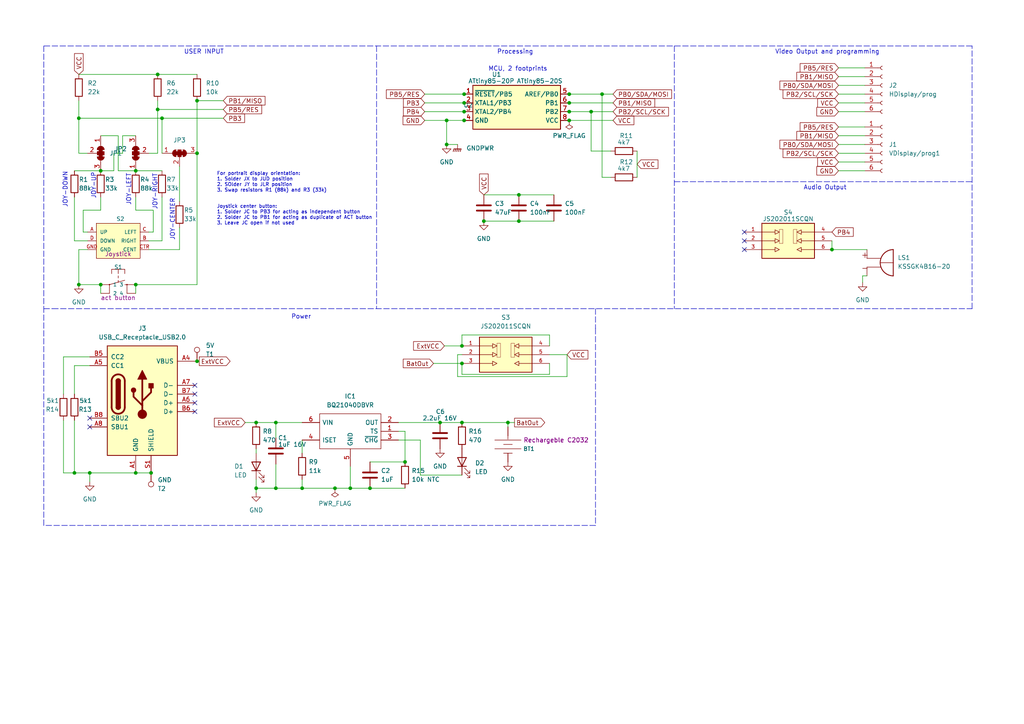
<source format=kicad_sch>
(kicad_sch (version 20211123) (generator eeschema)
  (paper "A4")
  (title_block (title "Tiny Handheld keychain ") (date "2022-09-16") (rev "2.0") (comment 2 "Heavely inspired by Yevgeniy Olexandrenko's design") (comment 3 "Designed by Casper R. Tak"))
  (lib_symbols
    (symbol "Connector:Conn_01x06_Female" (pin_names (offset 1.016) hide)
      (property "Reference" "J" (at 0 7.62 0))
      (property "Value" "Conn_01x06_Female" (at 0 -10.16 0))
      (symbol "Conn_01x06_Female_1_1"
        (arc (start 0 -7.112) (mid -0.508 -7.62) (end 0 -8.128) (stroke (width 0.1524)))
        (arc (start 0 -4.572) (mid -0.508 -5.08) (end 0 -5.588) (stroke (width 0.1524)))
        (arc (start 0 -2.032) (mid -0.508 -2.54) (end 0 -3.048) (stroke (width 0.1524)))
        (polyline (pts (xy -1.27 -7.62) (xy -0.508 -7.62)) (stroke (width 0.1524)))
        (polyline (pts (xy -1.27 -5.08) (xy -0.508 -5.08)) (stroke (width 0.1524)))
        (polyline (pts (xy -1.27 -2.54) (xy -0.508 -2.54)) (stroke (width 0.1524)))
        (polyline (pts (xy -1.27 0) (xy -0.508 0)) (stroke (width 0.1524)))
        (polyline (pts (xy -1.27 2.54) (xy -0.508 2.54)) (stroke (width 0.1524)))
        (polyline (pts (xy -1.27 5.08) (xy -0.508 5.08)) (stroke (width 0.1524)))
        (arc (start 0 0.508) (mid -0.508 0) (end 0 -0.508) (stroke (width 0.1524)))
        (arc (start 0 3.048) (mid -0.508 2.54) (end 0 2.032) (stroke (width 0.1524)))
        (arc (start 0 5.588) (mid -0.508 5.08) (end 0 4.572) (stroke (width 0.1524)))
        (pin passive line (at -5.08 5.08 0) (length 3.81) (name "Pin_1") (number "1"))
        (pin passive line (at -5.08 2.54 0) (length 3.81) (name "Pin_2") (number "2"))
        (pin passive line (at -5.08 0 0) (length 3.81) (name "Pin_3") (number "3"))
        (pin passive line (at -5.08 -2.54 0) (length 3.81) (name "Pin_4") (number "4"))
        (pin passive line (at -5.08 -5.08 0) (length 3.81) (name "Pin_5") (number "5"))
        (pin passive line (at -5.08 -7.62 0) (length 3.81) (name "Pin_6") (number "6"))
      )
    )
    (symbol "Connector:TestPoint" (pin_numbers hide) (pin_names (offset 0.762) hide)
      (property "Reference" "TP" (at 0 6.858 0))
      (property "Value" "TestPoint" (at 0 5.08 0))
      (symbol "TestPoint_0_1"
        (circle (center 0 3.302) (radius 0.762))
      )
      (symbol "TestPoint_1_1"
        (pin passive line (at 0 0 90) (length 2.54) (name "1") (number "1"))
      )
    )
    (symbol "Connector:USB_C_Receptacle_USB2.0" (pin_names (offset 1.016))
      (property "Reference" "J?" (at 0 23.495 0))
      (property "Value" "USB_C_Receptacle_USB2.0" (at 0 20.955 0))
      (symbol "USB_C_Receptacle_USB2.0_0_1"
        (rectangle (start -10.16 13.97) (end 10.16 -17.78) (stroke (width 0.254)) (fill (type background)))
        (arc (start -8.89 -3.81) (mid -6.985 -5.715) (end -5.08 -3.81) (stroke (width 0.508)))
        (arc (start -7.62 -3.81) (mid -6.985 -4.445) (end -6.35 -3.81) (stroke (width 0.254)))
        (arc (start -7.62 -3.81) (mid -6.985 -4.445) (end -6.35 -3.81) (stroke (width 0.254)) (fill (type outline)))
        (rectangle (start -7.62 -3.81) (end -6.35 3.81) (stroke (width 0.254)) (fill (type outline)))
        (arc (start -6.35 3.81) (mid -6.985 4.445) (end -7.62 3.81) (stroke (width 0.254)))
        (arc (start -6.35 3.81) (mid -6.985 4.445) (end -7.62 3.81) (stroke (width 0.254)) (fill (type outline)))
        (arc (start -5.08 3.81) (mid -6.985 5.715) (end -8.89 3.81) (stroke (width 0.508)))
        (circle (center -2.54 1.143) (radius 0.635) (stroke (width 0.254)) (fill (type outline)))
        (circle (center 0 -5.842) (radius 1.27) (fill (type outline)))
        (polyline (pts (xy -8.89 -3.81) (xy -8.89 3.81)) (stroke (width 0.508)))
        (polyline (pts (xy -5.08 3.81) (xy -5.08 -3.81)) (stroke (width 0.508)))
        (polyline (pts (xy 0 -5.842) (xy 0 4.318)) (stroke (width 0.508)))
        (polyline (pts (xy 0 -3.302) (xy -2.54 -0.762) (xy -2.54 0.508)) (stroke (width 0.508)))
        (polyline (pts (xy 0 -2.032) (xy 2.54 0.508) (xy 2.54 1.778)) (stroke (width 0.508)))
        (polyline (pts (xy -1.27 4.318) (xy 0 6.858) (xy 1.27 4.318) (xy -1.27 4.318)) (stroke (width 0.254)) (fill (type outline)))
        (rectangle (start 1.905 1.778) (end 3.175 3.048) (stroke (width 0.254)) (fill (type outline)))
      )
      (symbol "USB_C_Receptacle_USB2.0_1_1"
        (pin passive line (at -1.905 -22.86 90) (length 5.08) (name "GND") (number "A1"))
        (pin passive line (at -1.905 -22.86 90) (length 5.08) hide (name "GND") (number "A12"))
        (pin passive line (at 15.24 9.525 180) (length 5.08) (name "VBUS") (number "A4"))
        (pin bidirectional line (at -15.24 8.255 0) (length 5.08) (name "CC1") (number "A5"))
        (pin bidirectional line (at 15.24 -2.54 180) (length 5.08) (name "D+") (number "A6"))
        (pin bidirectional line (at 15.24 2.54 180) (length 5.08) (name "D-") (number "A7"))
        (pin bidirectional line (at -15.24 -9.525 0) (length 5.08) (name "SBU1") (number "A8"))
        (pin passive line (at 15.24 9.525 180) (length 5.08) hide (name "VBUS") (number "A9"))
        (pin passive line (at -1.905 -22.86 90) (length 5.08) hide (name "GND") (number "B1"))
        (pin passive line (at -1.905 -22.86 90) (length 5.08) hide (name "GND") (number "B12"))
        (pin passive line (at 15.24 9.525 180) (length 5.08) hide (name "VBUS") (number "B4"))
        (pin bidirectional line (at -15.24 10.795 0) (length 5.08) (name "CC2") (number "B5"))
        (pin bidirectional line (at 15.24 -5.08 180) (length 5.08) (name "D+") (number "B6"))
        (pin bidirectional line (at 15.24 0 180) (length 5.08) (name "D-") (number "B7"))
        (pin bidirectional line (at -15.24 -6.985 0) (length 5.08) (name "SBU2") (number "B8"))
        (pin passive line (at 15.24 9.525 180) (length 5.08) hide (name "VBUS") (number "B9"))
        (pin passive line (at 2.54 -22.86 90) (length 5.08) (name "SHIELD") (number "S1"))
      )
    )
    (symbol "Device:C" (pin_numbers hide) (pin_names (offset 0.254))
      (property "Reference" "C" (at 0.635 2.54 0))
      (property "Value" "C" (at 0.635 -2.54 0))
      (symbol "C_0_1"
        (polyline (pts (xy -2.032 -0.762) (xy 2.032 -0.762)) (stroke (width 0.508)))
        (polyline (pts (xy -2.032 0.762) (xy 2.032 0.762)) (stroke (width 0.508)))
      )
      (symbol "C_1_1"
        (pin passive line (at 0 3.81 270) (length 2.794) (name "~") (number "1"))
        (pin passive line (at 0 -3.81 90) (length 2.794) (name "~") (number "2"))
      )
    )
    (symbol "Device:LED" (pin_numbers hide) (pin_names (offset 1.016) hide)
      (property "Reference" "D" (at 0 2.54 0))
      (property "Value" "LED" (at 0 -2.54 0))
      (symbol "LED_0_1"
        (polyline (pts (xy -1.27 -1.27) (xy -1.27 1.27)) (stroke (width 0.254)))
        (polyline (pts (xy -1.27 0) (xy 1.27 0)))
        (polyline (pts (xy 1.27 -1.27) (xy 1.27 1.27) (xy -1.27 0) (xy 1.27 -1.27)) (stroke (width 0.254)))
        (polyline (pts (xy -3.048 -0.762) (xy -4.572 -2.286) (xy -3.81 -2.286) (xy -4.572 -2.286) (xy -4.572 -1.524)))
        (polyline (pts (xy -1.778 -0.762) (xy -3.302 -2.286) (xy -2.54 -2.286) (xy -3.302 -2.286) (xy -3.302 -1.524)))
      )
      (symbol "LED_1_1"
        (pin passive line (at -3.81 0 0) (length 2.54) (name "K") (number "1"))
        (pin passive line (at 3.81 0 180) (length 2.54) (name "A") (number "2"))
      )
    )
    (symbol "Device:R" (pin_numbers hide) (pin_names (offset 0))
      (property "Reference" "R" (at 2.032 0 90))
      (property "Value" "R" (at 0 0 90))
      (symbol "R_0_1"
        (rectangle (start -1.016 -2.54) (end 1.016 2.54) (stroke (width 0.254)))
      )
      (symbol "R_1_1"
        (pin passive line (at 0 3.81 270) (length 1.27) (name "~") (number "1"))
        (pin passive line (at 0 -3.81 90) (length 1.27) (name "~") (number "2"))
      )
    )
    (symbol "JS202011SCQN:JS202011SCQN" (pin_names (offset 1.016) hide)
      (property "Reference" "S" (at -7.62 6.35 0))
      (property "Value" "JS202011SCQN" (at -7.62 -6.35 0))
      (symbol "JS202011SCQN_0_0"
        (rectangle (start -7.62 -5.08) (end 7.62 5.08) (stroke (width 0.254)) (fill (type background)))
        (polyline (pts (xy -7.62 -2.54) (xy -3.81 -2.54)) (stroke (width 0.1524)))
        (polyline (pts (xy -7.62 0) (xy -3.81 0)) (stroke (width 0.1524)))
        (polyline (pts (xy -7.62 2.54) (xy -3.81 2.54)) (stroke (width 0.1524)))
        (polyline (pts (xy 7.62 -2.54) (xy 3.81 -2.54)) (stroke (width 0.1524)))
        (polyline (pts (xy 7.62 0) (xy 3.81 0)) (stroke (width 0.1524)))
        (polyline (pts (xy 7.62 2.54) (xy 3.81 2.54)) (stroke (width 0.1524)))
        (polyline (pts (xy -3.81 -1.905) (xy -3.81 -3.175) (xy -2.54 -2.54) (xy -3.81 -1.905)) (stroke (width 0.1524)) (fill (type background)))
        (polyline (pts (xy -3.81 0.635) (xy -3.81 -0.635) (xy -2.54 0) (xy -3.81 0.635)) (stroke (width 0.1524)) (fill (type background)))
        (polyline (pts (xy -3.81 3.175) (xy -3.81 1.905) (xy -2.54 2.54) (xy -3.81 3.175)) (stroke (width 0.1524)) (fill (type background)))
        (polyline (pts (xy 3.81 -3.175) (xy 3.81 -1.905) (xy 2.54 -2.54) (xy 3.81 -3.175)) (stroke (width 0.1524)) (fill (type background)))
        (polyline (pts (xy 3.81 -0.635) (xy 3.81 0.635) (xy 2.54 0) (xy 3.81 -0.635)) (stroke (width 0.1524)) (fill (type background)))
        (polyline (pts (xy 3.81 1.905) (xy 3.81 3.175) (xy 2.54 2.54) (xy 3.81 1.905)) (stroke (width 0.1524)) (fill (type background)))
        (polyline (pts (xy -2.54 3.302) (xy -2.54 -0.762) (xy -1.524 -0.762) (xy -1.524 3.302) (xy -2.54 3.302)) (stroke (width 0.0254)) (fill (type background)))
        (polyline (pts (xy 1.524 3.302) (xy 1.524 -0.762) (xy 2.54 -0.762) (xy 2.54 3.302) (xy 1.524 3.302)) (stroke (width 0.0254)) (fill (type background)))
        (pin passive line (at -12.7 2.54 0) (length 5.08) (name "~") (number "1"))
        (pin passive line (at -12.7 0 0) (length 5.08) (name "~") (number "2"))
        (pin passive line (at -12.7 -2.54 0) (length 5.08) (name "~") (number "3"))
        (pin passive line (at 12.7 2.54 180) (length 5.08) (name "~") (number "4"))
        (pin passive line (at 12.7 0 180) (length 5.08) (name "~") (number "5"))
        (pin passive line (at 12.7 -2.54 180) (length 5.08) (name "~") (number "6"))
      )
    )
    (symbol "Jumper:SolderJumper_3_Bridged123" (pin_names (offset 0) hide)
      (property "Reference" "JP" (at -2.54 -2.54 0))
      (property "Value" "SolderJumper_3_Bridged123" (at 0 2.794 0))
      (symbol "SolderJumper_3_Bridged123_0_1"
        (rectangle (start -1.016 0.508) (end -0.508 -0.508) (fill (type outline)))
        (arc (start -1.016 1.016) (mid -2.032 0) (end -1.016 -1.016))
        (arc (start -1.016 1.016) (mid -2.032 0) (end -1.016 -1.016) (fill (type outline)))
        (rectangle (start -0.508 1.016) (end 0.508 -1.016) (fill (type outline)))
        (polyline (pts (xy -2.54 0) (xy -2.032 0)))
        (polyline (pts (xy -1.016 1.016) (xy -1.016 -1.016)))
        (polyline (pts (xy 0 -1.27) (xy 0 -1.016)))
        (polyline (pts (xy 1.016 1.016) (xy 1.016 -1.016)))
        (polyline (pts (xy 2.54 0) (xy 2.032 0)))
        (rectangle (start 0.508 0.508) (end 1.016 -0.508) (fill (type outline)))
        (arc (start 1.016 -1.016) (mid 2.032 0) (end 1.016 1.016))
        (arc (start 1.016 -1.016) (mid 2.032 0) (end 1.016 1.016) (fill (type outline)))
      )
      (symbol "SolderJumper_3_Bridged123_1_1"
        (pin passive line (at -5.08 0 0) (length 2.54) (name "A") (number "1"))
        (pin passive line (at 0 -3.81 90) (length 2.54) (name "C") (number "2"))
        (pin passive line (at 5.08 0 180) (length 2.54) (name "B") (number "3"))
      )
    )
    (symbol "KSSGK4B16-20:KSSGK4B16-20" (pin_numbers hide) (pin_names (offset 1.016) hide)
      (property "Reference" "LS" (at -2.54 6.35 0))
      (property "Value" "KSSGK4B16-20" (at -2.54 -5.08 0))
      (symbol "KSSGK4B16-20_0_0"
        (polyline (pts (xy -2.54 0) (xy 1.397 0)) (stroke (width 0.1524)))
        (polyline (pts (xy -2.54 2.54) (xy 1.397 2.54)) (stroke (width 0.1524)))
        (polyline (pts (xy 1.27 1.27) (xy 5.08 1.27)) (stroke (width 0.1524)))
        (polyline (pts (xy 5.08 1.27) (xy 5.08 -2.54)) (stroke (width 0.254)))
        (polyline (pts (xy 5.08 5.08) (xy 5.08 1.27)) (stroke (width 0.254)))
        (arc (start 5.08 5.08) (mid 1.27 1.27) (end 5.08 -2.54) (stroke (width 0.254)))
        (text "+" (at -4.318 2.54 0) (effects (font (size 1.778 1.778)) (justify left bottom)))
        (text "-" (at -4.318 -1.27 0) (effects (font (size 1.778 1.778)) (justify left bottom)))
        (pin passive line (at -2.54 -2.54 90) (length 2.54) (name "~") (number "N"))
        (pin passive line (at -2.54 5.08 270) (length 2.54) (name "~") (number "P"))
      )
    )
    (symbol "MCU_Microchip_ATtiny:ATtiny85-20P"
      (property "Reference" "U?" (at 0.635 12.065 0))
      (property "Value" "ATtiny85-20P" (at 7.62 10.16 0))
      (symbol "ATtiny85-20P_0_1"
        (rectangle (start -12.7 8.89) (end 12.7 -3.81) (stroke (width 0.254)) (fill (type background)))
      )
      (symbol "ATtiny85-20P_1_1"
        (pin bidirectional line (at -15.24 6.35 0) (length 2.54) (name "~{RESET}/PB5") (number "1"))
        (pin bidirectional line (at -15.24 3.81 0) (length 2.54) (name "XTAL1/PB3") (number "2"))
        (pin bidirectional line (at -15.24 1.27 0) (length 2.54) (name "XTAL2/PB4") (number "3"))
        (pin power_in line (at -15.24 -1.27 0) (length 2.54) (name "GND") (number "4"))
        (pin bidirectional line (at 15.24 6.35 180) (length 2.54) (name "AREF/PB0") (number "5"))
        (pin bidirectional line (at 15.24 3.81 180) (length 2.54) (name "PB1") (number "6"))
        (pin bidirectional line (at 15.24 1.27 180) (length 2.54) (name "PB2") (number "7"))
        (pin power_in line (at 15.24 -1.27 180) (length 2.54) (name "VCC") (number "8"))
      )
    )
    (symbol "MCU_Microchip_ATtiny:ATtiny85-20S"
      (property "Reference" "U?" (at -13.97 1.2701 0))
      (property "Value" "ATtiny85-20S" (at -13.97 -1.2699 0))
      (symbol "ATtiny85-20S_0_1"
        (rectangle (start -13.97 6.985) (end 11.43 -5.715) (stroke (width 0.254)) (fill (type background)))
      )
      (symbol "ATtiny85-20S_1_1"
        (pin bidirectional line (at -16.51 4.445 0) (length 2.54) (name "~{RESET}/PB5") (number "1"))
        (pin bidirectional line (at -16.51 1.905 0) (length 2.54) (name "XTAL1/PB3") (number "2"))
        (pin bidirectional line (at -16.51 -0.635 0) (length 2.54) (name "XTAL2/PB4") (number "3"))
        (pin power_in line (at -16.51 -3.175 0) (length 2.54) (name "GND") (number "4"))
        (pin bidirectional line (at 13.97 4.445 180) (length 2.54) (name "AREF/PB0") (number "5"))
        (pin bidirectional line (at 13.97 1.905 180) (length 2.54) (name "PB1") (number "6"))
        (pin bidirectional line (at 13.97 -0.635 180) (length 2.54) (name "PB2") (number "7"))
        (pin power_in line (at 13.97 -3.175 180) (length 2.54) (name "VCC") (number "8"))
      )
    )
    (symbol "SamacSys_Parts:BQ21040DBVR" (pin_names (offset 0.762))
      (property "Reference" "IC1" (at 0.635 10.795 0))
      (property "Value" "BQ21040DBVR" (at 0.635 8.255 0))
      (symbol "BQ21040DBVR_0_0"
        (pin input line (at 14.605 0.635 180) (length 5.08) (name "TS") (number "1"))
        (pin power_out line (at 14.605 3.175 180) (length 5.08) (name "OUT") (number "2"))
        (pin output line (at 14.605 -1.905 180) (length 5.08) (name "~{CHG}") (number "3"))
        (pin input line (at -13.335 -1.905 0) (length 5.08) (name "ISET") (number "4"))
        (pin passive line (at 0.635 -9.525 90) (length 5.08) (name "GND") (number "5"))
        (pin input line (at -13.335 3.175 0) (length 5.08) (name "VIN") (number "6"))
      )
      (symbol "BQ21040DBVR_0_1"
        (polyline (pts (xy -8.255 5.715) (xy 9.525 5.715) (xy 9.525 -4.445) (xy -8.255 -4.445) (xy -8.255 5.715)) (stroke (width 0.1524)))
      )
    )
    (symbol "SparkFun-Batteries:BATTERY-6.8MM_SMD" (pin_numbers hide) (pin_names (offset 1.016) hide)
      (property "Reference" "BT" (at 0 4.318 0))
      (property "Value" "BATTERY-6.8MM_SMD" (at 0 -6.35 0))
      (property "Field4" "BATT-13734" (at 0 7.62 0))
      (symbol "BATTERY-6.8MM_SMD_1_0"
        (polyline (pts (xy -2.54 0) (xy -1.524 0)))
        (polyline (pts (xy -1.27 3.81) (xy -1.27 -3.81)))
        (polyline (pts (xy 0 1.27) (xy 0 -1.27)))
        (polyline (pts (xy 1.27 3.81) (xy 1.27 -3.81)))
        (polyline (pts (xy 2.54 1.27) (xy 2.54 -1.27)))
      )
      (symbol "BATTERY-6.8MM_SMD_1_1"
        (pin power_in line (at -5.08 0 0) (length 2.54) (name "+") (number "+"))
        (pin power_in line (at 5.08 0 180) (length 2.54) (name "-") (number "-"))
      )
    )
    (symbol "SparkFun-Switches:JOYSTICK_MINI" (pin_names (offset 1.016))
      (property "Reference" "S?" (at -3.81 6.35 0))
      (symbol "JOYSTICK_MINI_1_1"
        (polyline (pts (xy -9.525 5.08) (xy 3.175 5.08) (xy 3.175 -5.08) (xy -9.525 -5.08) (xy -9.525 5.08)) (fill (type background)))
        (pin bidirectional line (at -12.065 2.54 0) (length 2.54) (name "UP") (number "A"))
        (pin bidirectional line (at 5.715 0 180) (length 2.54) (name "RIGHT") (number "B"))
        (pin bidirectional line (at 5.715 2.54 180) (length 2.54) (name "LEFT") (number "C"))
        (pin bidirectional line (at 5.715 -2.54 180) (length 2.54) (name "CENT") (number "CTR"))
        (pin bidirectional line (at -12.065 0 0) (length 2.54) (name "DOWN") (number "D"))
        (pin bidirectional line (at -12.065 -2.54 0) (length 2.54) (name "GND") (number "GND"))
      )
    )
    (symbol "SparkFun-Switches:MOMENTARY-SWITCH-SPST-2-SMD-5.2MM" (pin_numbers hide) (pin_names (offset 1.016))
      (property "Reference" "S" (at -5.08 1.27 0))
      (property "Value" "MOMENTARY-SWITCH-SPST-2-SMD-5.2MM" (at -5.08 -5.08 0))
      (property "Field4" "SWCH-08247" (at 0 7.62 0))
      (symbol "MOMENTARY-SWITCH-SPST-2-SMD-5.2MM_1_0"
        (polyline (pts (xy -2.54 -2.54) (xy -2.54 0)))
        (polyline (pts (xy -2.54 0) (xy 1.905 1.27)))
        (polyline (pts (xy -1.905 4.445) (xy -1.905 3.175)))
        (polyline (pts (xy 0 1.27) (xy 0 0.635)))
        (polyline (pts (xy 0 2.54) (xy 0 1.905)))
        (polyline (pts (xy 0 4.445) (xy -1.905 4.445)))
        (polyline (pts (xy 0 4.445) (xy 0 3.175)))
        (polyline (pts (xy 1.905 0) (xy 2.54 0)))
        (polyline (pts (xy 1.905 4.445) (xy 0 4.445)))
        (polyline (pts (xy 1.905 4.445) (xy 1.905 3.175)))
        (polyline (pts (xy 2.54 -2.54) (xy 2.54 0)))
      )
      (symbol "MOMENTARY-SWITCH-SPST-2-SMD-5.2MM_1_1"
        (circle (center -2.54 0) (radius 0.127) (fill (type outline)))
        (circle (center 2.54 0) (radius 0.127) (fill (type outline)))
        (pin passive line (at -5.08 0 0) (length 2.54) (name "1") (number "1"))
        (pin passive line (at -5.08 -2.54 0) (length 2.54) (name "2") (number "2"))
        (pin passive line (at 5.08 0 180) (length 2.54) (name "3") (number "3"))
        (pin passive line (at 5.08 -2.54 180) (length 2.54) (name "4") (number "4"))
      )
    )
    (symbol "power:GND" (power) (pin_names (offset 0))
      (property "Value" "GND" (at 0 -3.81 0))
      (symbol "GND_0_1"
        (polyline (pts (xy 0 0) (xy 0 -1.27) (xy 1.27 -1.27) (xy 0 -2.54) (xy -1.27 -1.27) (xy 0 -1.27)))
      )
      (symbol "GND_1_1"
        (pin power_in line (at 0 0 270) (length 0) hide (name "GND") (number "1"))
      )
    )
    (symbol "power:GNDPWR" (power) (pin_names (offset 0))
      (property "Value" "GNDPWR" (at 0 -3.302 0))
      (symbol "GNDPWR_0_1"
        (polyline (pts (xy 0 -1.27) (xy 0 0)))
        (polyline (pts (xy -1.016 -1.27) (xy -1.27 -2.032) (xy -1.27 -2.032)) (stroke (width 0.2032)))
        (polyline (pts (xy -0.508 -1.27) (xy -0.762 -2.032) (xy -0.762 -2.032)) (stroke (width 0.2032)))
        (polyline (pts (xy 0 -1.27) (xy -0.254 -2.032) (xy -0.254 -2.032)) (stroke (width 0.2032)))
        (polyline (pts (xy 0.508 -1.27) (xy 0.254 -2.032) (xy 0.254 -2.032)) (stroke (width 0.2032)))
        (polyline (pts (xy 1.016 -1.27) (xy -1.016 -1.27) (xy -1.016 -1.27)) (stroke (width 0.2032)))
        (polyline (pts (xy 1.016 -1.27) (xy 0.762 -2.032) (xy 0.762 -2.032) (xy 0.762 -2.032)) (stroke (width 0.2032)))
      )
      (symbol "GNDPWR_1_1"
        (pin power_in line (at 0 0 270) (length 0) hide (name "GNDPWR") (number "1"))
      )
    )
    (symbol "power:PWR_FLAG" (power) (pin_numbers hide) (pin_names (offset 0) hide)
      (property "Value" "PWR_FLAG" (at 0 3.81 0))
      (symbol "PWR_FLAG_0_0"
        (pin power_out line (at 0 0 90) (length 0) (name "pwr") (number "1"))
      )
      (symbol "PWR_FLAG_0_1"
        (polyline (pts (xy 0 0) (xy 0 1.27) (xy -1.016 1.905) (xy 0 2.54) (xy 1.016 1.905) (xy 0 1.27)))
      )
    )
  )
  (junction (at 174.625 27.305))
  (junction (at 29.21 82.55))
  (junction (at 165.1 27.305))
  (junction (at 134.62 29.845))
  (junction (at 39.37 82.55))
  (junction (at 80.01 122.555))
  (junction (at 147.32 122.555))
  (junction (at 134.62 32.385))
  (junction (at 165.1 34.925))
  (junction (at 165.1 32.385))
  (junction (at 57.15 44.45))
  (junction (at 57.15 29.21))
  (junction (at 39.37 137.16))
  (junction (at 97.155 141.605))
  (junction (at 21.59 137.16))
  (junction (at 133.985 100.33))
  (junction (at 140.335 64.135))
  (junction (at 45.72 21.59))
  (junction (at 129.54 41.91))
  (junction (at 74.295 141.605))
  (junction (at 134.62 34.925))
  (junction (at 26.035 137.16))
  (junction (at 117.475 133.985))
  (junction (at 43.815 137.16))
  (junction (at 107.315 141.605))
  (junction (at 74.295 122.555))
  (junction (at 80.01 141.605))
  (junction (at 134.62 27.305))
  (junction (at 171.45 32.385))
  (junction (at 101.6 141.605))
  (junction (at 129.54 34.925))
  (junction (at 87.63 141.605))
  (junction (at 150.495 64.135))
  (junction (at 150.495 56.515))
  (junction (at 22.86 82.55))
  (junction (at 29.21 49.53))
  (junction (at 133.985 122.555))
  (junction (at 46.99 34.29))
  (junction (at 165.1 29.845))
  (junction (at 57.15 104.775))
  (junction (at 241.3 72.39))
  (junction (at 133.985 105.41))
  (junction (at 39.37 49.53))
  (junction (at 45.72 31.75))
  (junction (at 22.86 34.29))
  (junction (at 127.635 122.555))
  (no_connect (at 26.035 121.285))
  (no_connect (at 56.515 111.76))
  (no_connect (at 56.515 114.3))
  (no_connect (at 56.515 116.84))
  (no_connect (at 56.515 119.38))
  (no_connect (at 26.035 123.825))
  (no_connect (at 215.9 67.31))
  (no_connect (at 215.9 69.85))
  (no_connect (at 215.9 72.39))
  (wire (pts (xy 147.32 123.825) (xy 147.32 122.555)))
  (wire (pts (xy 165.1 34.925) (xy 177.8 34.925)))
  (wire (pts (xy 46.99 69.85) (xy 43.18 69.85)))
  (wire (pts (xy 46.99 34.29) (xy 64.77 34.29)))
  (wire (pts (xy 74.295 130.175) (xy 74.295 131.445)))
  (wire (pts (xy 159.385 105.41) (xy 159.385 108.585)))
  (wire (pts (xy 22.86 21.59) (xy 45.72 21.59)))
  (polyline (pts (xy 172.72 89.535) (xy 172.72 95.25)))
  (wire (pts (xy 101.6 141.605) (xy 107.315 141.605)))
  (wire (pts (xy 33.02 49.53) (xy 29.21 49.53)))
  (wire (pts (xy 52.07 72.39) (xy 43.18 72.39)))
  (wire (pts (xy 159.385 102.87) (xy 164.465 102.87)))
  (wire (pts (xy 57.15 29.21) (xy 57.15 44.45)))
  (wire (pts (xy 34.29 39.37) (xy 34.29 49.53)))
  (wire (pts (xy 140.335 56.515) (xy 150.495 56.515)))
  (wire (pts (xy 39.37 49.53) (xy 46.99 49.53)))
  (wire (pts (xy 117.475 125.095) (xy 115.57 125.095)))
  (wire (pts (xy 80.01 122.555) (xy 87.63 122.555)))
  (wire (pts (xy 133.985 100.33) (xy 133.985 97.155)))
  (wire (pts (xy 150.495 64.135) (xy 160.655 64.135)))
  (polyline (pts (xy 109.22 13.335) (xy 109.22 89.535)))
  (wire (pts (xy 97.155 141.605) (xy 101.6 141.605)))
  (wire (pts (xy 22.86 29.21) (xy 22.86 34.29)))
  (wire (pts (xy 241.3 69.85) (xy 241.3 72.39)))
  (wire (pts (xy 29.21 57.15) (xy 29.21 60.96)))
  (wire (pts (xy 71.12 122.555) (xy 74.295 122.555)))
  (wire (pts (xy 129.54 34.925) (xy 134.62 34.925)))
  (wire (pts (xy 21.59 69.85) (xy 25.4 69.85)))
  (wire (pts (xy 184.785 43.815) (xy 184.785 51.435)))
  (wire (pts (xy 125.73 105.41) (xy 133.985 105.41)))
  (wire (pts (xy 35.56 44.45) (xy 33.02 44.45)))
  (wire (pts (xy 165.1 32.385) (xy 171.45 32.385)))
  (wire (pts (xy 147.32 122.555) (xy 149.225 122.555)))
  (wire (pts (xy 164.465 102.87) (xy 164.465 109.22)))
  (wire (pts (xy 45.72 44.45) (xy 43.18 44.45)))
  (wire (pts (xy 39.37 57.15) (xy 39.37 60.96)))
  (wire (pts (xy 45.72 31.75) (xy 45.72 44.45)))
  (wire (pts (xy 25.4 72.39) (xy 22.86 72.39)))
  (wire (pts (xy 243.205 27.305) (xy 250.825 27.305)))
  (wire (pts (xy 44.45 60.96) (xy 44.45 67.31)))
  (wire (pts (xy 57.15 82.55) (xy 57.15 44.45)))
  (wire (pts (xy 129.54 41.91) (xy 132.715 41.91)))
  (wire (pts (xy 123.19 32.385) (xy 134.62 32.385)))
  (wire (pts (xy 87.63 127.635) (xy 87.63 131.445)))
  (wire (pts (xy 123.19 34.925) (xy 129.54 34.925)))
  (polyline (pts (xy 12.7 152.4) (xy 12.7 89.535)))
  (wire (pts (xy 123.19 29.845) (xy 134.62 29.845)))
  (wire (pts (xy 22.86 72.39) (xy 22.86 82.55)))
  (wire (pts (xy 29.21 39.37) (xy 34.29 39.37)))
  (wire (pts (xy 74.295 122.555) (xy 80.01 122.555)))
  (wire (pts (xy 52.07 48.26) (xy 52.07 58.42)))
  (wire (pts (xy 165.1 27.305) (xy 174.625 27.305)))
  (wire (pts (xy 174.625 27.305) (xy 174.625 51.435)))
  (wire (pts (xy 18.415 103.505) (xy 26.035 103.505)))
  (wire (pts (xy 250.19 80.01) (xy 250.19 81.915)))
  (wire (pts (xy 18.415 121.92) (xy 18.415 137.16)))
  (wire (pts (xy 22.86 44.45) (xy 22.86 34.29)))
  (wire (pts (xy 39.37 39.37) (xy 35.56 39.37)))
  (wire (pts (xy 29.21 60.96) (xy 24.13 60.96)))
  (wire (pts (xy 243.205 32.385) (xy 250.825 32.385)))
  (wire (pts (xy 46.99 34.29) (xy 46.99 44.45)))
  (wire (pts (xy 74.295 141.605) (xy 80.01 141.605)))
  (wire (pts (xy 45.72 29.21) (xy 45.72 31.75)))
  (wire (pts (xy 39.37 82.55) (xy 57.15 82.55)))
  (wire (pts (xy 80.01 122.555) (xy 80.01 127)))
  (wire (pts (xy 44.45 67.31) (xy 43.18 67.31)))
  (wire (pts (xy 34.29 49.53) (xy 39.37 49.53)))
  (wire (pts (xy 56.515 104.775) (xy 57.15 104.775)))
  (wire (pts (xy 22.86 34.29) (xy 46.99 34.29)))
  (wire (pts (xy 21.59 49.53) (xy 29.21 49.53)))
  (wire (pts (xy 140.335 64.135) (xy 150.495 64.135)))
  (wire (pts (xy 22.86 82.55) (xy 29.21 82.55)))
  (wire (pts (xy 24.13 60.96) (xy 24.13 67.31)))
  (wire (pts (xy 39.37 82.55) (xy 39.37 85.09)))
  (wire (pts (xy 159.385 108.585) (xy 133.985 108.585)))
  (polyline (pts (xy 15.24 89.535) (xy 281.94 89.535)))
  (wire (pts (xy 80.01 141.605) (xy 87.63 141.605)))
  (wire (pts (xy 132.715 102.87) (xy 133.985 102.87)))
  (wire (pts (xy 21.59 121.92) (xy 21.59 137.16)))
  (wire (pts (xy 150.495 56.515) (xy 160.655 56.515)))
  (wire (pts (xy 87.63 141.605) (xy 97.155 141.605)))
  (wire (pts (xy 26.035 139.7) (xy 26.035 137.16)))
  (wire (pts (xy 243.205 36.83) (xy 250.825 36.83)))
  (wire (pts (xy 123.19 27.305) (xy 134.62 27.305)))
  (polyline (pts (xy 195.58 52.705) (xy 281.94 52.705)))
  (wire (pts (xy 18.415 103.505) (xy 18.415 114.3)))
  (wire (pts (xy 80.01 134.62) (xy 80.01 141.605)))
  (wire (pts (xy 101.6 141.605) (xy 101.6 135.255)))
  (wire (pts (xy 127.635 122.555) (xy 133.985 122.555)))
  (wire (pts (xy 46.99 57.15) (xy 46.99 69.85)))
  (wire (pts (xy 171.45 32.385) (xy 177.8 32.385)))
  (wire (pts (xy 251.46 80.01) (xy 250.19 80.01)))
  (wire (pts (xy 39.37 137.16) (xy 43.815 137.16)))
  (wire (pts (xy 129.54 34.925) (xy 129.54 41.91)))
  (wire (pts (xy 128.905 100.33) (xy 133.985 100.33)))
  (wire (pts (xy 243.205 49.53) (xy 250.825 49.53)))
  (wire (pts (xy 45.72 31.75) (xy 64.77 31.75)))
  (wire (pts (xy 74.295 142.875) (xy 74.295 141.605)))
  (wire (pts (xy 159.385 97.155) (xy 159.385 100.33)))
  (polyline (pts (xy 281.94 89.535) (xy 281.94 13.335)))
  (wire (pts (xy 171.45 43.815) (xy 171.45 32.385)))
  (wire (pts (xy 26.035 137.16) (xy 39.37 137.16)))
  (wire (pts (xy 115.57 127.635) (xy 121.92 127.635)))
  (wire (pts (xy 164.465 109.22) (xy 132.715 109.22)))
  (wire (pts (xy 107.315 141.605) (xy 117.475 141.605)))
  (wire (pts (xy 21.59 137.16) (xy 26.035 137.16)))
  (wire (pts (xy 241.3 72.39) (xy 251.46 72.39)))
  (wire (pts (xy 177.165 51.435) (xy 174.625 51.435)))
  (polyline (pts (xy 172.72 95.25) (xy 172.72 152.4)))
  (wire (pts (xy 52.07 66.04) (xy 52.07 72.39)))
  (wire (pts (xy 57.15 29.21) (xy 64.77 29.21)))
  (wire (pts (xy 174.625 27.305) (xy 177.8 27.305)))
  (wire (pts (xy 243.205 41.91) (xy 250.825 41.91)))
  (wire (pts (xy 243.205 24.765) (xy 250.825 24.765)))
  (wire (pts (xy 243.205 22.225) (xy 250.825 22.225)))
  (wire (pts (xy 35.56 39.37) (xy 35.56 44.45)))
  (wire (pts (xy 21.59 106.045) (xy 26.035 106.045)))
  (wire (pts (xy 243.205 19.685) (xy 250.825 19.685)))
  (wire (pts (xy 24.13 67.31) (xy 25.4 67.31)))
  (wire (pts (xy 117.475 133.985) (xy 117.475 125.095)))
  (wire (pts (xy 21.59 106.045) (xy 21.59 114.3)))
  (wire (pts (xy 25.4 44.45) (xy 22.86 44.45)))
  (wire (pts (xy 243.205 44.45) (xy 250.825 44.45)))
  (wire (pts (xy 133.985 97.155) (xy 159.385 97.155)))
  (wire (pts (xy 165.1 29.845) (xy 177.8 29.845)))
  (wire (pts (xy 57.15 104.775) (xy 57.785 104.775)))
  (wire (pts (xy 177.165 43.815) (xy 171.45 43.815)))
  (polyline (pts (xy 12.7 89.535) (xy 15.24 89.535)))
  (wire (pts (xy 21.59 57.15) (xy 21.59 69.85)))
  (wire (pts (xy 45.72 21.59) (xy 57.15 21.59)))
  (wire (pts (xy 121.92 137.795) (xy 121.92 127.635)))
  (wire (pts (xy 243.205 46.99) (xy 250.825 46.99)))
  (wire (pts (xy 29.21 82.55) (xy 29.21 85.09)))
  (wire (pts (xy 115.57 122.555) (xy 127.635 122.555)))
  (wire (pts (xy 243.205 29.845) (xy 250.825 29.845)))
  (wire (pts (xy 243.205 39.37) (xy 250.825 39.37)))
  (wire (pts (xy 33.02 44.45) (xy 33.02 49.53)))
  (polyline (pts (xy 12.7 13.335) (xy 12.7 89.535)))
  (wire (pts (xy 18.415 137.16) (xy 21.59 137.16)))
  (wire (pts (xy 39.37 60.96) (xy 44.45 60.96)))
  (polyline (pts (xy 281.94 13.335) (xy 12.7 13.335)))
  (wire (pts (xy 133.985 122.555) (xy 147.32 122.555)))
  (polyline (pts (xy 195.58 13.335) (xy 195.58 89.535)))
  (wire (pts (xy 133.985 105.41) (xy 133.985 108.585)))
  (wire (pts (xy 132.715 109.22) (xy 132.715 102.87)))
  (wire (pts (xy 87.63 139.065) (xy 87.63 141.605)))
  (wire (pts (xy 107.315 133.985) (xy 117.475 133.985)))
  (polyline (pts (xy 172.72 152.4) (xy 12.7 152.4)))
  (wire (pts (xy 74.295 141.605) (xy 74.295 139.065)))
  (wire (pts (xy 133.985 137.795) (xy 121.92 137.795)))
  (text "JOY-UP\n" (at 27.94 57.785 90) (effects (font (size 1.27 1.27)) (justify left bottom)))
  (text "MCU, 2 footprints\n\n" (at 141.605 22.86 0) (effects (font (size 1.27 1.27)) (justify left bottom)))
  (text "Audio Output" (at 233.045 55.245 0) (effects (font (size 1.27 1.27)) (justify left bottom)))
  (text "Power" (at 84.455 92.71 0) (effects (font (size 1.27 1.27)) (justify left bottom)))
  (text "JOY-LEFT" (at 38.1 59.69 90) (effects (font (size 1.27 1.27)) (justify left bottom)))
  (text "For portrait display orientation:\n1. Solder JX to JUD position\n2. SOlder JY to JLR position\n3. Swap resistors R1 (88k) and R3 (33k)" (at 62.865 55.88 0) (effects (font (size 1 1)) (justify left bottom)))
  (text "USER INPUT" (at 53.34 15.875 0) (effects (font (size 1.27 1.27)) (justify left bottom)))
  (text "Video Output and programming\n" (at 224.79 15.875 0) (effects (font (size 1.27 1.27)) (justify left bottom)))
  (text "JOY-CENTER" (at 50.8 69.85 90) (effects (font (size 1.27 1.27)) (justify left bottom)))
  (text "JOY-RIGHT\n" (at 45.72 60.96 90) (effects (font (size 1.27 1.27)) (justify left bottom)))
  (text "Joystick center button:\n1. Solder JC to PB3 for acting as independent button\n2. Solder JC to PB1 for acting as duplicate of ACT button\n3. Leave JC open if not used\n" (at 62.865 65.405 0) (effects (font (size 1 1)) (justify left bottom)))
  (text "JOY-DOWN" (at 19.685 60.325 90) (effects (font (size 1.27 1.27)) (justify left bottom)))
  (text "Processing" (at 144.145 15.875 0) (effects (font (size 1.27 1.27)) (justify left bottom)))
  (global_label "PB2{slash}SCL{slash}SCK" (shape input) (at 243.205 44.45 180) (property "Intersheet References" "${INTERSHEET_REFS}" (effects hide)))
  (global_label "PB1{slash}MISO" (shape input) (at 243.205 39.37 180) (property "Intersheet References" "${INTERSHEET_REFS}" (effects hide)))
  (global_label "PB1{slash}MISO" (shape input) (at 243.205 22.225 180) (property "Intersheet References" "${INTERSHEET_REFS}" (effects hide)))
  (global_label "VCC" (shape input) (at 140.335 56.515 90) (property "Intersheet References" "${INTERSHEET_REFS}" (effects hide)))
  (global_label "PB2{slash}SCL{slash}SCK" (shape input) (at 243.205 27.305 180) (property "Intersheet References" "${INTERSHEET_REFS}" (effects hide)))
  (global_label "PB0{slash}SDA{slash}MOSI" (shape input) (at 177.8 27.305 0) (property "Intersheet References" "${INTERSHEET_REFS}" (effects hide)))
  (global_label "PB3" (shape input) (at 123.19 29.845 180) (property "Intersheet References" "${INTERSHEET_REFS}" (effects hide)))
  (global_label "PB5{slash}RES" (shape input) (at 243.205 19.685 180) (property "Intersheet References" "${INTERSHEET_REFS}" (effects hide)))
  (global_label "GND" (shape input) (at 243.205 49.53 180) (property "Intersheet References" "${INTERSHEET_REFS}" (effects hide)))
  (global_label "PB1{slash}MISO" (shape input) (at 64.77 29.21 0) (property "Intersheet References" "${INTERSHEET_REFS}" (effects hide)))
  (global_label "VCC" (shape input) (at 184.785 47.625 0) (property "Intersheet References" "${INTERSHEET_REFS}" (effects hide)))
  (global_label "GND" (shape input) (at 243.205 32.385 180) (property "Intersheet References" "${INTERSHEET_REFS}" (effects hide)))
  (global_label "PB4" (shape input) (at 241.3 67.31 0) (property "Intersheet References" "${INTERSHEET_REFS}" (effects hide)))
  (global_label "PB2{slash}SCL{slash}SCK" (shape input) (at 177.8 32.385 0) (property "Intersheet References" "${INTERSHEET_REFS}" (effects hide)))
  (global_label "PB0{slash}SDA{slash}MOSI" (shape input) (at 243.205 41.91 180) (property "Intersheet References" "${INTERSHEET_REFS}" (effects hide)))
  (global_label "BatOut" (shape input) (at 125.73 105.41 180) (property "Intersheet References" "${INTERSHEET_REFS}" (effects hide)))
  (global_label "PB5{slash}RES" (shape input) (at 64.77 31.75 0) (property "Intersheet References" "${INTERSHEET_REFS}" (effects hide)))
  (global_label "VCC" (shape input) (at 22.86 21.59 90) (property "Intersheet References" "${INTERSHEET_REFS}" (effects hide)))
  (global_label "PB5{slash}RES" (shape input) (at 123.19 27.305 180) (property "Intersheet References" "${INTERSHEET_REFS}" (effects hide)))
  (global_label "PB1{slash}MISO" (shape input) (at 177.8 29.845 0) (property "Intersheet References" "${INTERSHEET_REFS}" (effects hide)))
  (global_label "BatOut" (shape output) (at 149.225 122.555 0) (property "Intersheet References" "${INTERSHEET_REFS}" (effects hide)))
  (global_label "ExtVCC" (shape input) (at 128.905 100.33 180) (property "Intersheet References" "${INTERSHEET_REFS}" (effects hide)))
  (global_label "GND" (shape input) (at 123.19 34.925 180) (property "Intersheet References" "${INTERSHEET_REFS}" (effects hide)))
  (global_label "VCC" (shape input) (at 177.8 34.925 0) (property "Intersheet References" "${INTERSHEET_REFS}" (effects hide)))
  (global_label "PB5{slash}RES" (shape input) (at 243.205 36.83 180) (property "Intersheet References" "${INTERSHEET_REFS}" (effects hide)))
  (global_label "VCC" (shape input) (at 243.205 29.845 180) (property "Intersheet References" "${INTERSHEET_REFS}" (effects hide)))
  (global_label "PB3" (shape input) (at 64.77 34.29 0) (property "Intersheet References" "${INTERSHEET_REFS}" (effects hide)))
  (global_label "VCC" (shape input) (at 164.465 102.87 0) (property "Intersheet References" "${INTERSHEET_REFS}" (effects hide)))
  (global_label "VCC" (shape input) (at 243.205 46.99 180) (property "Intersheet References" "${INTERSHEET_REFS}" (effects hide)))
  (global_label "ExtVCC" (shape output) (at 57.785 104.775 0) (property "Intersheet References" "${INTERSHEET_REFS}" (effects hide)))
  (global_label "PB4" (shape input) (at 123.19 32.385 180) (property "Intersheet References" "${INTERSHEET_REFS}" (effects hide)))
  (global_label "ExtVCC" (shape input) (at 71.12 122.555 180) (property "Intersheet References" "${INTERSHEET_REFS}" (effects hide)))
  (global_label "PB0{slash}SDA{slash}MOSI" (shape input) (at 243.205 24.765 180) (property "Intersheet References" "${INTERSHEET_REFS}" (effects hide)))
  (symbol (lib_id "power:PWR_FLAG") (at 97.155 141.605 180) (unit 1)
    (property "Reference" "#FLG0102" (effects hide))
    (property "Value" "PWR_FLAG" (at 97.155 146.05 0))
  )
  (symbol (lib_id "power:GNDPWR") (at 132.715 41.91 0) (unit 1)
    (property "Reference" "#PWR0114" (effects hide))
    (property "Value" "GNDPWR" (at 135.255 42.9767 0) (effects (justify left)))
  )
  (symbol (lib_id "Device:R") (at 133.985 126.365 0) (unit 1)
    (property "Reference" "R16" (at 135.89 125.0949 0) (effects (justify left)))
    (property "Value" "470" (at 135.89 127.6349 0) (effects (justify left)))
    (property "Footprint" "Resistor_SMD:R_1206_3216Metric_Pad1.30x1.75mm_HandSolder" (effects hide))
  )
  (symbol (lib_id "Jumper:SolderJumper_3_Bridged123") (at 52.07 44.45 0) (unit 1)
    (property "Reference" "JP3" (at 52.07 40.64 0))
    (property "Value" "SolderJumper_3_Bridged123" (effects hide))
    (property "Footprint" "Jumper:SolderJumper-3_P1.3mm_Open_RoundedPad1.0x1.5mm_NumberLabels" (effects hide))
  )
  (symbol (lib_id "power:GND") (at 26.035 139.7 0) (unit 1)
    (property "Reference" "#PWR0104" (effects hide))
    (property "Value" "GND" (at 26.035 144.78 0))
  )
  (symbol (lib_id "JS202011SCQN:JS202011SCQN") (at 146.685 102.87 0) (unit 1)
    (property "Reference" "S3" (at 146.685 92.075 0))
    (property "Value" "JS202011SCQN" (at 146.685 94.615 0))
    (property "Footprint" "Snapeda:SW_JS202011SCQN" (effects hide))
    (property "STANDARD" "Manufacturer Recommendations" (effects hide))
    (property "MANUFACTURER" "C&K" (effects hide))
    (property "MAXIMUM_PACKAGE_HEIGHT" "5.5 mm" (effects hide))
    (property "PARTREV" "26 May 22" (effects hide))
    (property "SNAPEDA_PN" "JS202011SCQN" (effects hide))
  )
  (symbol (lib_id "SparkFun-Switches:JOYSTICK_MINI") (at 37.465 69.85 0) (unit 1)
    (property "Reference" "S2" (at 34.925 63.5 0) (effects (font (size 1.143 1.143))))
    (property "Value" "JOYSTICK_MINI" (effects hide))
    (property "Footprint" "Button_Switch_SMD:5 way button (joystick)" (effects hide))
    (property "Field4" "SWCH-09905" (effects hide))
    (property "Purpose" "Joystick" (at 34.29 73.66 0))
  )
  (symbol (lib_id "Device:R") (at 18.415 118.11 180) (unit 1)
    (property "Reference" "R14" (at 17.145 118.745 0) (effects (justify left)))
    (property "Value" "5k1" (at 17.145 116.205 0) (effects (justify left)))
    (property "Footprint" "Resistor_SMD:R_1206_3216Metric_Pad1.30x1.75mm_HandSolder" (effects hide))
    (property "Purpose" "Enable power and tell device id" (effects hide))
  )
  (symbol (lib_id "Device:C") (at 127.635 126.365 0) (unit 1)
    (property "Reference" "C6" (at 126.365 119.38 0) (effects (justify left)))
    (property "Value" "2.2uF 16V" (at 122.555 121.285 0) (effects (justify left)))
    (property "Footprint" "Capacitor_SMD:C_1206_3216Metric_Pad1.33x1.80mm_HandSolder" (effects hide))
  )
  (symbol (lib_id "Connector:TestPoint") (at 57.15 104.775 0) (unit 1)
    (property "Reference" "5V" (at 59.69 100.2029 0) (effects (justify left)))
    (property "Value" "T1" (at 59.69 102.7429 0) (effects (justify left)))
    (property "Footprint" "TestPoint:TestPoint_Pad_1.0x1.0mm" (effects hide))
  )
  (symbol (lib_id "Device:LED") (at 74.295 135.255 90) (unit 1)
    (property "Reference" "D1" (at 67.945 135.255 90) (effects (justify right)))
    (property "Value" "LED" (at 67.945 137.795 90) (effects (justify right)))
    (property "Footprint" "LED_SMD:LED_1206_3216Metric_Pad1.42x1.75mm_HandSolder" (effects hide))
  )
  (symbol (lib_id "Connector:Conn_01x06_Female") (at 255.905 41.91 0) (unit 1)
    (property "Reference" "J1" (at 257.81 41.9099 0) (effects (justify left)))
    (property "Value" "VDisplay/prog1" (at 257.81 44.4499 0) (effects (justify left)))
    (property "Footprint" "Connector_PinSocket_2.54mm:PinSocket_1x06_P2.54mm_Vertical" (effects hide))
  )
  (symbol (lib_id "Connector:Conn_01x06_Female") (at 255.905 24.765 0) (unit 1)
    (property "Reference" "J2" (at 257.81 24.7649 0) (effects (justify left)))
    (property "Value" "HDisplay/prog" (at 257.81 27.3049 0) (effects (justify left)))
    (property "Footprint" "Connector_PinSocket_2.54mm:PinSocket_1x06_P2.54mm_Vertical" (effects hide))
  )
  (symbol (lib_id "Connector:TestPoint") (at 43.815 137.16 180) (unit 1)
    (property "Reference" "GND" (at 45.72 139.1919 0) (effects (justify right)))
    (property "Value" "T2" (at 45.72 141.7319 0) (effects (justify right)))
    (property "Footprint" "TestPoint:TestPoint_Pad_1.0x1.0mm" (effects hide))
  )
  (symbol (lib_id "Device:C") (at 150.495 60.325 0) (unit 1)
    (property "Reference" "C4" (at 153.67 59.0549 0) (effects (justify left)))
    (property "Value" "100nF" (at 153.67 61.5949 0) (effects (justify left)))
    (property "Footprint" "Capacitor_SMD:C_1206_3216Metric_Pad1.33x1.80mm_HandSolder" (effects hide))
  )
  (symbol (lib_id "Device:R") (at 74.295 126.365 0) (unit 1)
    (property "Reference" "R8" (at 76.2 125.0949 0) (effects (justify left)))
    (property "Value" "470" (at 76.2 127.6349 0) (effects (justify left)))
    (property "Footprint" "Resistor_SMD:R_1206_3216Metric_Pad1.30x1.75mm_HandSolder" (effects hide))
  )
  (symbol (lib_id "Device:R") (at 180.975 43.815 270) (unit 1)
    (property "Reference" "R11" (at 179.705 39.37 90) (effects (justify left)))
    (property "Value" "4k7" (at 179.07 41.275 90) (effects (justify left)))
    (property "Footprint" "Resistor_SMD:R_1206_3216Metric_Pad1.30x1.75mm_HandSolder" (effects hide))
  )
  (symbol (lib_id "Device:R") (at 87.63 135.255 0) (unit 1)
    (property "Reference" "R9" (at 89.535 133.9849 0) (effects (justify left)))
    (property "Value" "11k" (at 89.535 136.5249 0) (effects (justify left)))
    (property "Footprint" "Resistor_SMD:R_1206_3216Metric_Pad1.30x1.75mm_HandSolder" (effects hide))
  )
  (symbol (lib_id "Device:R") (at 22.86 25.4 0) (unit 1)
    (property "Reference" "R2" (at 25.4 24.1299 0) (effects (justify left)))
    (property "Value" "22k" (at 25.4 26.6699 0) (effects (justify left)))
    (property "Footprint" "Resistor_SMD:R_1206_3216Metric_Pad1.30x1.75mm_HandSolder" (effects hide))
  )
  (symbol (lib_id "MCU_Microchip_ATtiny:ATtiny85-20P") (at 149.86 33.655 0) (unit 1)
    (property "Reference" "U1" (at 145.415 21.59 0) (effects (justify right)))
    (property "Value" "ATtiny85-20P" (at 149.225 23.495 0) (effects (justify right)))
    (property "Footprint" "SamacSys_Parts:DIP781W56P254L950H533Q8N" (effects hide))
    (property "Datasheet" "http://ww1.microchip.com/downloads/en/DeviceDoc/atmel-2586-avr-8-bit-microcontroller-attiny25-attiny45-attiny85_datasheet.pdf" (effects hide))
  )
  (symbol (lib_id "Connector:USB_C_Receptacle_USB2.0") (at 41.275 114.3 0) (unit 1)
    (property "Reference" "J3" (at 41.275 95.25 0))
    (property "Value" "USB_C_Receptacle_USB2.0" (at 41.275 97.79 0))
    (property "Footprint" "USB-C-Power-tester:TYPE-C-31-M-17_handsolder" (effects hide))
    (property "Datasheet" "https://www.usb.org/sites/default/files/documents/usb_type-c.zip" (effects hide))
  )
  (symbol (lib_id "Device:LED") (at 133.985 133.985 90) (unit 1)
    (property "Reference" "D2" (at 137.795 134.3024 90) (effects (justify right)))
    (property "Value" "LED" (at 137.795 136.8424 90) (effects (justify right)))
    (property "Footprint" "LED_SMD:LED_1206_3216Metric_Pad1.42x1.75mm_HandSolder" (effects hide))
  )
  (symbol (lib_id "Device:R") (at 39.37 53.34 0) (unit 1)
    (property "Reference" "R4" (at 40.64 52.07 0) (effects (justify left)))
    (property "Value" "88k" (at 40.64 54.61 0) (effects (justify left)))
    (property "Footprint" "Resistor_SMD:R_1206_3216Metric_Pad1.30x1.75mm_HandSolder" (effects hide))
  )
  (symbol (lib_id "Device:C") (at 107.315 137.795 0) (unit 1)
    (property "Reference" "C2" (at 110.49 136.5249 0) (effects (justify left)))
    (property "Value" "1uF" (at 110.49 139.0649 0) (effects (justify left)))
    (property "Footprint" "Capacitor_SMD:C_1206_3216Metric_Pad1.33x1.80mm_HandSolder" (effects hide))
  )
  (symbol (lib_id "power:GND") (at 129.54 41.91 0) (unit 1)
    (property "Reference" "#PWR0113" (effects hide))
    (property "Value" "GND" (at 129.54 46.99 0))
  )
  (symbol (lib_id "Jumper:SolderJumper_3_Bridged123") (at 29.21 44.45 270) (unit 1)
    (property "Reference" "JP1" (at 31.75 44.4499 90) (effects (justify left)))
    (property "Value" "SolderJumper_3_Bridged123" (effects hide))
    (property "Footprint" "Jumper:SolderJumper-3_P1.3mm_Open_RoundedPad1.0x1.5mm_NumberLabels" (effects hide))
  )
  (symbol (lib_id "power:GND") (at 140.335 64.135 0) (unit 1)
    (property "Reference" "#PWR0102" (effects hide))
    (property "Value" "GND" (at 140.335 69.215 0))
  )
  (symbol (lib_id "power:GND") (at 74.295 142.875 0) (unit 1)
    (property "Reference" "#PWR0101" (effects hide))
    (property "Value" "GND" (at 74.295 147.955 0))
  )
  (symbol (lib_id "Device:R") (at 29.21 53.34 0) (unit 1)
    (property "Reference" "R3" (at 30.48 52.07 0) (effects (justify left)))
    (property "Value" "33k" (at 30.48 54.61 0) (effects (justify left)))
    (property "Footprint" "Resistor_SMD:R_1206_3216Metric_Pad1.30x1.75mm_HandSolder" (effects hide))
  )
  (symbol (lib_id "Device:C") (at 80.01 130.81 0) (unit 1)
    (property "Reference" "C1" (at 80.645 127 0) (effects (justify left)))
    (property "Value" "1uF 16V" (at 80.645 128.905 0) (effects (justify left)))
    (property "Footprint" "Capacitor_SMD:C_1206_3216Metric_Pad1.33x1.80mm_HandSolder" (effects hide))
  )
  (symbol (lib_id "Device:R") (at 46.99 53.34 0) (unit 1)
    (property "Reference" "R7" (at 48.26 52.07 0) (effects (justify left)))
    (property "Value" "33k" (at 48.26 54.61 0) (effects (justify left)))
    (property "Footprint" "Resistor_SMD:R_1206_3216Metric_Pad1.30x1.75mm_HandSolder" (effects hide))
  )
  (symbol (lib_id "power:GND") (at 250.19 81.915 0) (unit 1)
    (property "Reference" "#PWR0110" (effects hide))
    (property "Value" "GND" (at 250.19 86.995 0))
  )
  (symbol (lib_id "SamacSys_Parts:BQ21040DBVR") (at 100.965 125.73 0) (unit 1)
    (property "Reference" "IC1" (at 101.6 114.935 0))
    (property "Value" "BQ21040DBVR" (at 101.6 117.475 0))
    (property "Footprint" "Package_TO_SOT_SMD:SOT-23-6_Handsoldering" (effects hide))
    (property "Datasheet" "http://www.ti.com/lit/gpn/bq21040" (effects hide))
    (property "Description" "0.8A Single Input Single-Cell Li-Ion and Li-Pol Battery Charger" (effects hide))
    (property "Height" "1.45" (effects hide))
    (property "Mouser Part Number" "595-BQ21040DBVR" (effects hide))
    (property "Mouser Price/Stock" "https://www.mouser.co.uk/ProductDetail/Texas-Instruments/BQ21040DBVR?qs=cttFivMKqWyovUuY6Xwwcw%3D%3D" (effects hide))
    (property "Manufacturer_Name" "Texas Instruments" (effects hide))
    (property "Manufacturer_Part_Number" "BQ21040DBVR" (effects hide))
  )
  (symbol (lib_id "Device:R") (at 21.59 118.11 180) (unit 1)
    (property "Reference" "R13" (at 26.67 118.745 0) (effects (justify left)))
    (property "Value" "5k1" (at 26.67 116.205 0) (effects (justify left)))
    (property "Footprint" "Resistor_SMD:R_1206_3216Metric_Pad1.30x1.75mm_HandSolder" (effects hide))
    (property "Purpose" "Enable power and tell device id" (effects hide))
  )
  (symbol (lib_id "power:GND") (at 127.635 130.175 0) (unit 1)
    (property "Reference" "#PWR0105" (effects hide))
    (property "Value" "GND" (at 127.635 135.255 0))
  )
  (symbol (lib_id "Device:R") (at 57.15 25.4 0) (unit 1)
    (property "Reference" "R10" (at 59.69 24.1299 0) (effects (justify left)))
    (property "Value" "10k" (at 59.69 26.6699 0) (effects (justify left)))
    (property "Footprint" "Resistor_SMD:R_1206_3216Metric_Pad1.30x1.75mm_HandSolder" (effects hide))
  )
  (symbol (lib_id "Device:R") (at 21.59 53.34 0) (unit 1)
    (property "Reference" "R1" (at 22.86 52.07 0) (effects (justify left)))
    (property "Value" "88k" (at 22.86 54.61 0) (effects (justify left)))
    (property "Footprint" "Resistor_SMD:R_1206_3216Metric_Pad1.30x1.75mm_HandSolder" (effects hide))
  )
  (symbol (lib_id "Device:C") (at 160.655 60.325 0) (unit 1)
    (property "Reference" "C5" (at 163.83 59.0549 0) (effects (justify left)))
    (property "Value" "100nF" (at 163.83 61.5949 0) (effects (justify left)))
    (property "Footprint" "Capacitor_SMD:C_1206_3216Metric_Pad1.33x1.80mm_HandSolder" (effects hide))
  )
  (symbol (lib_id "Device:R") (at 180.975 51.435 270) (unit 1)
    (property "Reference" "R12" (at 179.705 46.99 90) (effects (justify left)))
    (property "Value" "4k7" (at 179.07 48.895 90) (effects (justify left)))
    (property "Footprint" "Resistor_SMD:R_1206_3216Metric_Pad1.30x1.75mm_HandSolder" (effects hide))
  )
  (symbol (lib_id "power:PWR_FLAG") (at 165.1 34.925 180) (unit 1)
    (property "Reference" "#FLG01" (effects hide))
    (property "Value" "PWR_FLAG" (at 165.1 39.37 0))
  )
  (symbol (lib_id "MCU_Microchip_ATtiny:ATtiny85-20S") (at 151.13 31.75 0) (unit 1)
    (property "Reference" "U2" (at 137.16 30.4799 0) (effects (justify right)))
    (property "Value" "ATtiny85-20S" (at 163.195 23.495 0) (effects (justify right)))
    (property "Footprint" "Package_SO:SOIC-8W_5.3x5.3mm_P1.27mm" (effects hide))
    (property "Datasheet" "http://ww1.microchip.com/downloads/en/DeviceDoc/atmel-2586-avr-8-bit-microcontroller-attiny25-attiny45-attiny85_datasheet.pdf" (effects hide))
  )
  (symbol (lib_id "JS202011SCQN:JS202011SCQN") (at 228.6 69.85 0) (unit 1)
    (property "Reference" "S4" (at 228.6 61.595 0))
    (property "Value" "JS202011SCQN" (at 228.6 63.5 0))
    (property "Footprint" "Snapeda:SW_JS202011SCQN" (effects hide))
    (property "STANDARD" "Manufacturer Recommendations" (effects hide))
    (property "MANUFACTURER" "C&K" (effects hide))
    (property "MAXIMUM_PACKAGE_HEIGHT" "5.5 mm" (effects hide))
    (property "PARTREV" "26 May 22" (effects hide))
    (property "SNAPEDA_PN" "JS202011SCQN" (effects hide))
  )
  (symbol (lib_id "power:GND") (at 22.86 82.55 0) (unit 1)
    (property "Reference" "#PWR0103" (effects hide))
    (property "Value" "GND" (at 22.86 87.63 0))
  )
  (symbol (lib_id "SparkFun-Batteries:BATTERY-6.8MM_SMD") (at 147.32 128.905 270) (unit 1)
    (property "Reference" "BT1" (at 151.765 130.175 90) (effects (font (size 1.143 1.143)) (justify left)))
    (property "Value" "BATTERY-6.8MM_SMD" (effects hide))
    (property "Footprint" "Battery:BatteryHolder_Keystone_3002_1x2032" (effects hide))
    (property "Field4" "BATT-13734" (effects hide))
    (property "Purpose" "Rechargeble C2032" (at 161.29 127.635 90))
  )
  (symbol (lib_id "Device:R") (at 117.475 137.795 0) (unit 1)
    (property "Reference" "R15" (at 119.38 136.5249 0) (effects (justify left)))
    (property "Value" "10k NTC" (at 119.38 139.0649 0) (effects (justify left)))
    (property "Footprint" "Resistor_SMD:R_1206_3216Metric_Pad1.30x1.75mm_HandSolder" (effects hide))
    (property "Purpose" "Temperature sense resistor" (effects hide))
  )
  (symbol (lib_id "Jumper:SolderJumper_3_Bridged123") (at 39.37 44.45 90) (unit 1)
    (property "Reference" "JP2" (at 36.83 43.1799 90) (effects (justify left)))
    (property "Value" "SolderJumper_3_Bridged123" (effects hide))
    (property "Footprint" "Jumper:SolderJumper-3_P1.3mm_Open_RoundedPad1.0x1.5mm_NumberLabels" (effects hide))
  )
  (symbol (lib_id "KSSGK4B16-20:KSSGK4B16-20") (at 254 77.47 0) (unit 1)
    (property "Reference" "LS1" (at 260.35 74.7487 0) (effects (justify left)))
    (property "Value" "KSSGK4B16-20" (at 260.35 77.2887 0) (effects (justify left)))
    (property "Footprint" "Snapeda:XDCR_KSSGK4B16-20" (effects hide))
    (property "STANDARD" "Manufacturer recommendations" (effects hide))
    (property "MAXIMUM_PACKAGE_HEIGHT" "2.2 mm" (effects hide))
    (property "MANUFACTURER" "Kingstate" (effects hide))
    (property "PARTREV" "1.1" (effects hide))
  )
  (symbol (lib_id "Device:C") (at 140.335 60.325 0) (unit 1)
    (property "Reference" "C3" (at 143.51 59.0549 0) (effects (justify left)))
    (property "Value" "47uF" (at 143.51 61.5949 0) (effects (justify left)))
    (property "Footprint" "Capacitor_SMD:C_1206_3216Metric_Pad1.33x1.80mm_HandSolder" (effects hide))
  )
  (symbol (lib_id "power:GND") (at 147.32 133.985 0) (unit 1)
    (property "Reference" "#PWR0106" (effects hide))
    (property "Value" "GND" (at 147.32 139.065 0))
  )
  (symbol (lib_id "Device:R") (at 52.07 62.23 0) (unit 1)
    (property "Reference" "R5" (at 53.34 60.96 0) (effects (justify left)))
    (property "Value" "33k" (at 53.34 63.5 0) (effects (justify left)))
    (property "Footprint" "Resistor_SMD:R_1206_3216Metric_Pad1.30x1.75mm_HandSolder" (effects hide))
  )
  (symbol (lib_id "Device:R") (at 45.72 25.4 0) (unit 1)
    (property "Reference" "R6" (at 48.26 24.1299 0) (effects (justify left)))
    (property "Value" "22k" (at 48.26 26.6699 0) (effects (justify left)))
    (property "Footprint" "Resistor_SMD:R_1206_3216Metric_Pad1.30x1.75mm_HandSolder" (effects hide))
  )
  (symbol (lib_id "SparkFun-Switches:MOMENTARY-SWITCH-SPST-2-SMD-5.2MM") (at 34.29 82.55 0) (unit 1)
    (property "Reference" "S1" (at 34.29 77.47 0) (effects (font (size 1.143 1.143))))
    (property "Value" "MOMENTARY-SWITCH-SPST-2-SMD-5.2MM" (effects hide))
    (property "Footprint" "Button_Switch_SMD:SW_SPST_TL3305B" (effects hide))
    (property "Field4" "SWCH-08247" (effects hide))
    (property "Purpose" "act button" (at 34.29 86.36 0))
  )
)
</source>
